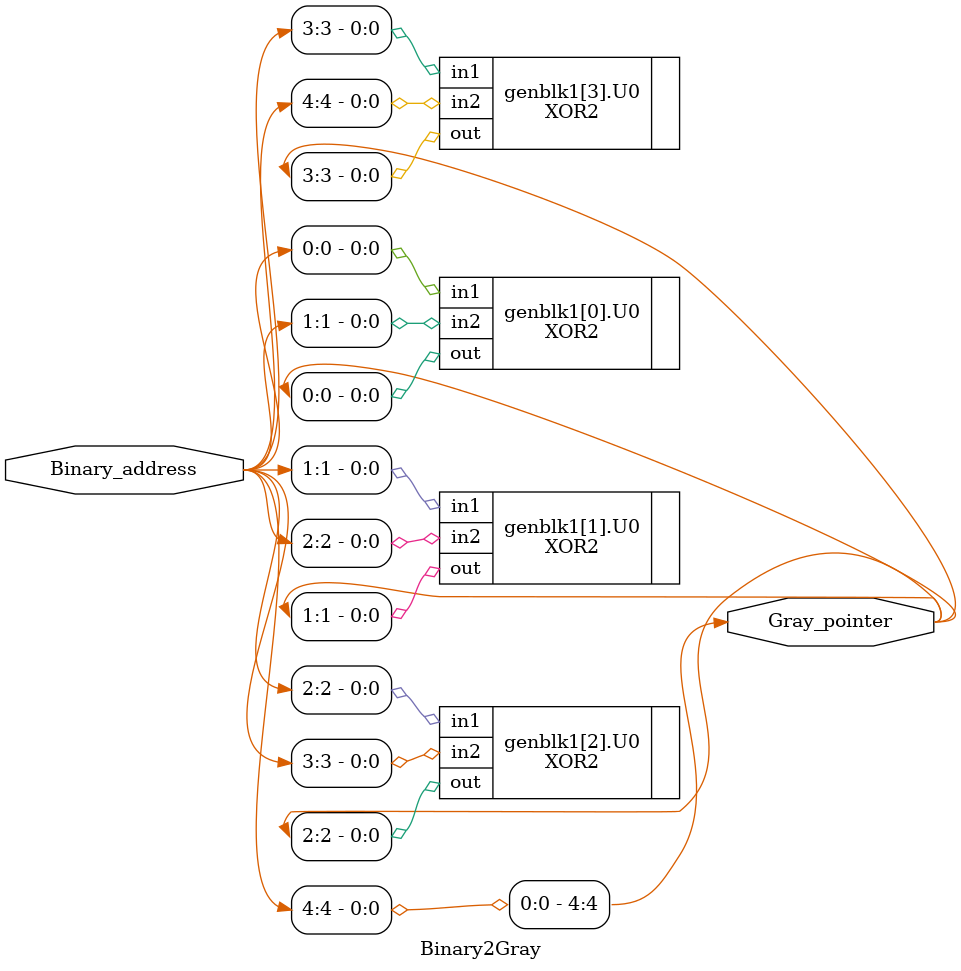
<source format=v>
module Binary2Gray #(
    parameter Addr_width = 5
) (
    input wire [Addr_width-1:0] Binary_address,
    output wire [Addr_width-1:0]  Gray_pointer
);
assign Gray_pointer[Addr_width-1] = Binary_address [Addr_width-1];


genvar i;
// -----------generating parametrized number of xor gates to -------------//
// ----------------convert the binary to gray converter-------------------//
for ( i=0 ;i< Addr_width-1; i=i+1) begin
    XOR2 U0 (.in1(Binary_address[i]), .in2(Binary_address[i+1]), .out(Gray_pointer[i]));
end

    
endmodule
</source>
